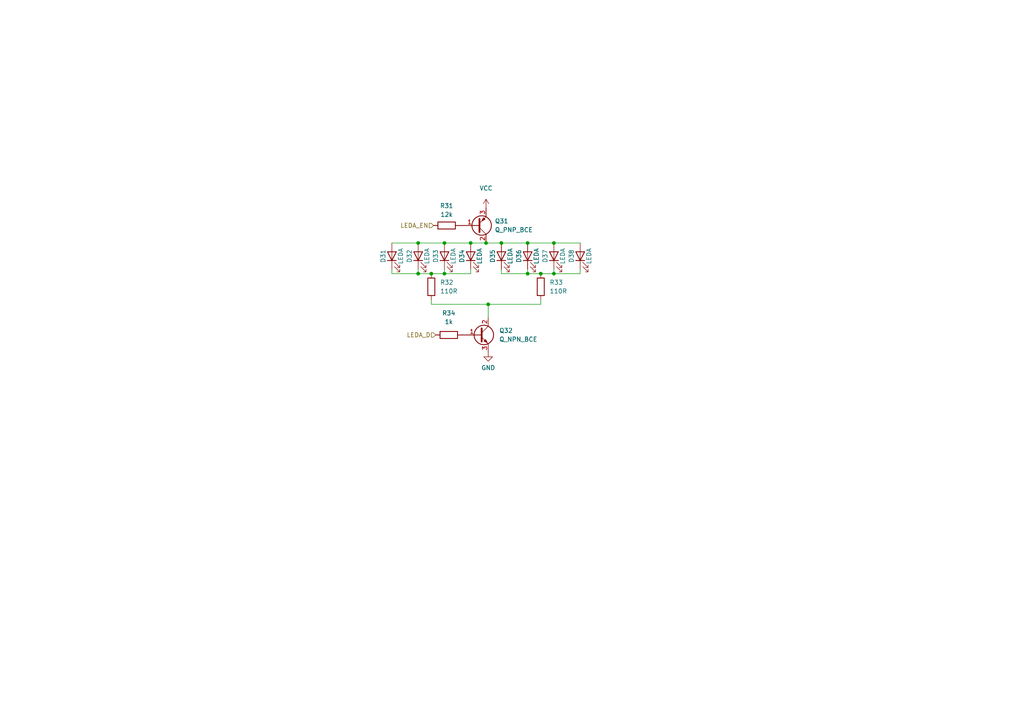
<source format=kicad_sch>
(kicad_sch (version 20211123) (generator eeschema)
  (paper "A4")
  (lib_symbols
    (symbol "Device:LED" (pin_numbers hide) (pin_names (offset 1.016) hide)
      (property "Reference" "D" (at 0 2.54 0))
      (property "Value" "LED" (at 0 -2.54 0))
      (symbol "LED_0_1"
        (polyline (pts (xy -1.27 -1.27) (xy -1.27 1.27)) (stroke (width 0.254)))
        (polyline (pts (xy -1.27 0) (xy 1.27 0)))
        (polyline (pts (xy 1.27 -1.27) (xy 1.27 1.27) (xy -1.27 0) (xy 1.27 -1.27)) (stroke (width 0.254)))
        (polyline (pts (xy -3.048 -0.762) (xy -4.572 -2.286) (xy -3.81 -2.286) (xy -4.572 -2.286) (xy -4.572 -1.524)))
        (polyline (pts (xy -1.778 -0.762) (xy -3.302 -2.286) (xy -2.54 -2.286) (xy -3.302 -2.286) (xy -3.302 -1.524)))
      )
      (symbol "LED_1_1"
        (pin passive line (at -3.81 0 0) (length 2.54) (name "K") (number "1"))
        (pin passive line (at 3.81 0 180) (length 2.54) (name "A") (number "2"))
      )
    )
    (symbol "Device:Q_NPN_BCE" (pin_names (offset 0) hide)
      (property "Reference" "Q" (at 5.08 1.27 0))
      (property "Value" "Q_NPN_BCE" (at 5.08 -1.27 0))
      (symbol "Q_NPN_BCE_0_1"
        (polyline (pts (xy 0.635 0.635) (xy 2.54 2.54)))
        (polyline (pts (xy 0.635 -0.635) (xy 2.54 -2.54) (xy 2.54 -2.54)))
        (polyline (pts (xy 0.635 1.905) (xy 0.635 -1.905) (xy 0.635 -1.905)) (stroke (width 0.508)))
        (polyline (pts (xy 1.27 -1.778) (xy 1.778 -1.27) (xy 2.286 -2.286) (xy 1.27 -1.778) (xy 1.27 -1.778)) (fill (type outline)))
        (circle (center 1.27 0) (radius 2.8194) (stroke (width 0.254)))
      )
      (symbol "Q_NPN_BCE_1_1"
        (pin input line (at -5.08 0 0) (length 5.715) (name "B") (number "1"))
        (pin passive line (at 2.54 5.08 270) (length 2.54) (name "C") (number "2"))
        (pin passive line (at 2.54 -5.08 90) (length 2.54) (name "E") (number "3"))
      )
    )
    (symbol "Device:Q_PNP_BCE" (pin_names (offset 0) hide)
      (property "Reference" "Q" (at 5.08 1.27 0))
      (property "Value" "Q_PNP_BCE" (at 5.08 -1.27 0))
      (symbol "Q_PNP_BCE_0_1"
        (polyline (pts (xy 0.635 0.635) (xy 2.54 2.54)))
        (polyline (pts (xy 0.635 -0.635) (xy 2.54 -2.54) (xy 2.54 -2.54)))
        (polyline (pts (xy 0.635 1.905) (xy 0.635 -1.905) (xy 0.635 -1.905)) (stroke (width 0.508)))
        (polyline (pts (xy 2.286 -1.778) (xy 1.778 -2.286) (xy 1.27 -1.27) (xy 2.286 -1.778) (xy 2.286 -1.778)) (fill (type outline)))
        (circle (center 1.27 0) (radius 2.8194) (stroke (width 0.254)))
      )
      (symbol "Q_PNP_BCE_1_1"
        (pin input line (at -5.08 0 0) (length 5.715) (name "B") (number "1"))
        (pin passive line (at 2.54 5.08 270) (length 2.54) (name "C") (number "2"))
        (pin passive line (at 2.54 -5.08 90) (length 2.54) (name "E") (number "3"))
      )
    )
    (symbol "Device:R" (pin_numbers hide) (pin_names (offset 0))
      (property "Reference" "R" (at 2.032 0 90))
      (property "Value" "R" (at 0 0 90))
      (symbol "R_0_1"
        (rectangle (start -1.016 -2.54) (end 1.016 2.54) (stroke (width 0.254)))
      )
      (symbol "R_1_1"
        (pin passive line (at 0 3.81 270) (length 1.27) (name "~") (number "1"))
        (pin passive line (at 0 -3.81 90) (length 1.27) (name "~") (number "2"))
      )
    )
    (symbol "power:GND" (power) (pin_names (offset 0))
      (property "Value" "GND" (at 0 -3.81 0))
      (symbol "GND_0_1"
        (polyline (pts (xy 0 0) (xy 0 -1.27) (xy 1.27 -1.27) (xy 0 -2.54) (xy -1.27 -1.27) (xy 0 -1.27)))
      )
      (symbol "GND_1_1"
        (pin power_in line (at 0 0 270) (length 0) hide (name "GND") (number "1"))
      )
    )
    (symbol "power:VCC" (power) (pin_names (offset 0))
      (property "Value" "VCC" (at 0 3.81 0))
      (symbol "VCC_0_1"
        (polyline (pts (xy -0.762 1.27) (xy 0 2.54)))
        (polyline (pts (xy 0 0) (xy 0 2.54)))
        (polyline (pts (xy 0 2.54) (xy 0.762 1.27)))
      )
      (symbol "VCC_1_1"
        (pin power_in line (at 0 0 90) (length 0) hide (name "VCC") (number "1"))
      )
    )
  )
  (junction (at 128.905 70.485))
  (junction (at 141.605 88.265))
  (junction (at 156.845 79.375))
  (junction (at 145.415 70.485))
  (junction (at 153.035 79.375))
  (junction (at 160.655 70.485))
  (junction (at 121.285 70.485))
  (junction (at 160.655 79.375))
  (junction (at 128.905 79.375))
  (junction (at 136.525 70.485))
  (junction (at 153.035 70.485))
  (junction (at 125.095 79.375))
  (junction (at 140.97 70.485))
  (junction (at 121.285 79.375))
  (wire (pts (xy 153.035 70.485) (xy 160.655 70.485)))
  (wire (pts (xy 125.095 79.375) (xy 128.905 79.375)))
  (wire (pts (xy 128.905 78.105) (xy 128.905 79.375)))
  (wire (pts (xy 121.285 78.105) (xy 121.285 79.375)))
  (wire (pts (xy 140.97 70.485) (xy 145.415 70.485)))
  (wire (pts (xy 136.525 70.485) (xy 140.97 70.485)))
  (wire (pts (xy 153.035 78.105) (xy 153.035 79.375)))
  (wire (pts (xy 113.665 79.375) (xy 121.285 79.375)))
  (wire (pts (xy 125.095 86.995) (xy 125.095 88.265)))
  (wire (pts (xy 160.655 70.485) (xy 168.275 70.485)))
  (wire (pts (xy 168.275 79.375) (xy 168.275 78.105)))
  (wire (pts (xy 128.905 70.485) (xy 136.525 70.485)))
  (wire (pts (xy 145.415 79.375) (xy 153.035 79.375)))
  (wire (pts (xy 121.285 79.375) (xy 125.095 79.375)))
  (wire (pts (xy 141.605 88.265) (xy 156.845 88.265)))
  (wire (pts (xy 136.525 79.375) (xy 136.525 78.105)))
  (wire (pts (xy 125.095 88.265) (xy 141.605 88.265)))
  (wire (pts (xy 141.605 88.265) (xy 141.605 92.075)))
  (wire (pts (xy 160.655 78.105) (xy 160.655 79.375)))
  (wire (pts (xy 156.845 79.375) (xy 160.655 79.375)))
  (wire (pts (xy 145.415 70.485) (xy 153.035 70.485)))
  (wire (pts (xy 113.665 70.485) (xy 121.285 70.485)))
  (wire (pts (xy 153.035 79.375) (xy 156.845 79.375)))
  (wire (pts (xy 121.285 70.485) (xy 128.905 70.485)))
  (wire (pts (xy 145.415 78.105) (xy 145.415 79.375)))
  (wire (pts (xy 128.905 79.375) (xy 136.525 79.375)))
  (wire (pts (xy 160.655 79.375) (xy 168.275 79.375)))
  (wire (pts (xy 113.665 78.105) (xy 113.665 79.375)))
  (wire (pts (xy 156.845 88.265) (xy 156.845 86.995)))
  (hierarchical_label "LEDA_D" (shape input) (at 126.365 97.155 180))
  (hierarchical_label "LEDA_EN" (shape input) (at 125.73 65.405 180))
  (symbol (lib_id "Device:R") (at 130.175 97.155 90) (unit 1)
    (property "Reference" "R34" (at 130.175 90.805 90))
    (property "Value" "1k" (at 130.175 93.345 90))
    (property "Footprint" "Resistor_SMD:R_1206_3216Metric_Pad1.30x1.75mm_HandSolder" (effects hide))
    (property "Price" "0.0021" (effects hide))
  )
  (symbol (lib_id "Device:LED") (at 145.415 74.295 90) (unit 1)
    (property "Reference" "D35" (at 142.875 74.295 0))
    (property "Value" "LEDA" (at 147.955 74.295 0))
    (property "Footprint" "LED_SMD:LED_0805_2012Metric_Pad1.15x1.40mm_HandSolder" (effects hide))
    (property "Datasheet" "https://www.lcsc.com/product-detail/Light-Emitting-Diodes-LED_Everlight-Elec-17-21SURC-S530-A3-4T_C2943978.html" (effects hide))
    (property "Price" "0.017" (effects hide))
  )
  (symbol (lib_id "power:GND") (at 141.605 102.235 0) (unit 1)
    (property "Reference" "#PWR032" (effects hide))
    (property "Value" "GND" (at 141.605 106.68 0))
  )
  (symbol (lib_id "Device:LED") (at 168.275 74.295 90) (unit 1)
    (property "Reference" "D38" (at 165.735 74.295 0))
    (property "Value" "LEDA" (at 170.815 74.295 0))
    (property "Footprint" "LED_SMD:LED_0805_2012Metric_Pad1.15x1.40mm_HandSolder" (effects hide))
    (property "Datasheet" "https://www.lcsc.com/product-detail/Light-Emitting-Diodes-LED_Everlight-Elec-17-21SURC-S530-A3-4T_C2943978.html" (effects hide))
    (property "Price" "0.017" (effects hide))
  )
  (symbol (lib_id "power:VCC") (at 140.97 60.325 0) (unit 1)
    (property "Reference" "#PWR031" (effects hide))
    (property "Value" "VCC" (at 140.97 54.61 0))
  )
  (symbol (lib_id "Device:Q_PNP_BCE") (at 138.43 65.405 0) (mirror x) (unit 1)
    (property "Reference" "Q31" (at 143.51 64.1349 0) (effects (justify left)))
    (property "Value" "Q_PNP_BCE" (at 143.51 66.6749 0) (effects (justify left)))
    (property "Footprint" "Package_TO_SOT_SMD:SOT-23" (effects hide))
    (property "Datasheet" "https://www.lcsc.com/product-detail/Bipolar-Transistors-BJT_Guangdong-Hottech-S8550_C181159.html" (effects hide))
  )
  (symbol (lib_id "Device:LED") (at 153.035 74.295 90) (unit 1)
    (property "Reference" "D36" (at 150.495 74.295 0))
    (property "Value" "LEDA" (at 155.575 74.295 0))
    (property "Footprint" "LED_SMD:LED_0805_2012Metric_Pad1.15x1.40mm_HandSolder" (effects hide))
    (property "Datasheet" "https://www.lcsc.com/product-detail/Light-Emitting-Diodes-LED_Everlight-Elec-17-21SURC-S530-A3-4T_C2943978.html" (effects hide))
    (property "Price" "0.017" (effects hide))
  )
  (symbol (lib_id "Device:LED") (at 121.285 74.295 90) (unit 1)
    (property "Reference" "D32" (at 118.745 74.295 0))
    (property "Value" "LEDA" (at 123.825 74.295 0))
    (property "Footprint" "LED_SMD:LED_0805_2012Metric_Pad1.15x1.40mm_HandSolder" (effects hide))
    (property "Datasheet" "https://www.lcsc.com/product-detail/Light-Emitting-Diodes-LED_Everlight-Elec-17-21SURC-S530-A3-4T_C2943978.html" (effects hide))
    (property "Price" "0.017" (effects hide))
  )
  (symbol (lib_id "Device:LED") (at 113.665 74.295 90) (unit 1)
    (property "Reference" "D31" (at 111.125 74.295 0))
    (property "Value" "LEDA" (at 116.205 74.295 0))
    (property "Footprint" "LED_SMD:LED_0805_2012Metric_Pad1.15x1.40mm_HandSolder" (effects hide))
    (property "Datasheet" "https://www.lcsc.com/product-detail/Light-Emitting-Diodes-LED_Everlight-Elec-17-21SURC-S530-A3-4T_C2943978.html" (effects hide))
    (property "Price" "0.017" (effects hide))
  )
  (symbol (lib_id "Device:LED") (at 160.655 74.295 90) (unit 1)
    (property "Reference" "D37" (at 158.115 74.295 0))
    (property "Value" "LEDA" (at 163.195 74.295 0))
    (property "Footprint" "LED_SMD:LED_0805_2012Metric_Pad1.15x1.40mm_HandSolder" (effects hide))
    (property "Datasheet" "https://www.lcsc.com/product-detail/Light-Emitting-Diodes-LED_Everlight-Elec-17-21SURC-S530-A3-4T_C2943978.html" (effects hide))
    (property "Price" "0.017" (effects hide))
  )
  (symbol (lib_id "Device:LED") (at 128.905 74.295 90) (unit 1)
    (property "Reference" "D33" (at 126.365 74.295 0))
    (property "Value" "LEDA" (at 131.445 74.295 0))
    (property "Footprint" "LED_SMD:LED_0805_2012Metric_Pad1.15x1.40mm_HandSolder" (effects hide))
    (property "Datasheet" "https://www.lcsc.com/product-detail/Light-Emitting-Diodes-LED_Everlight-Elec-17-21SURC-S530-A3-4T_C2943978.html" (effects hide))
    (property "Price" "0.017" (effects hide))
  )
  (symbol (lib_id "Device:LED") (at 136.525 74.295 90) (unit 1)
    (property "Reference" "D34" (at 133.985 74.295 0))
    (property "Value" "LEDA" (at 139.065 74.295 0))
    (property "Footprint" "LED_SMD:LED_0805_2012Metric_Pad1.15x1.40mm_HandSolder" (effects hide))
    (property "Datasheet" "https://www.lcsc.com/product-detail/Light-Emitting-Diodes-LED_Everlight-Elec-17-21SURC-S530-A3-4T_C2943978.html" (effects hide))
    (property "Price" "0.017" (effects hide))
  )
  (symbol (lib_id "Device:R") (at 156.845 83.185 180) (unit 1)
    (property "Reference" "R33" (at 159.385 81.9149 0) (effects (justify right)))
    (property "Value" "110R" (at 159.385 84.4549 0) (effects (justify right)))
    (property "Footprint" "Resistor_SMD:R_1206_3216Metric_Pad1.30x1.75mm_HandSolder" (effects hide))
    (property "Datasheet" "https://www.lcsc.com/product-detail/Chip-Resistor-Surface-Mount_FOJAN-FRC1206J111TSD_C2930344.html" (effects hide))
    (property "Price" "0.0021" (effects hide))
  )
  (symbol (lib_id "Device:R") (at 129.54 65.405 90) (unit 1)
    (property "Reference" "R31" (at 129.54 59.69 90))
    (property "Value" "12k" (at 129.54 62.23 90))
    (property "Footprint" "Resistor_SMD:R_1206_3216Metric_Pad1.30x1.75mm_HandSolder" (effects hide))
  )
  (symbol (lib_id "Device:Q_NPN_BCE") (at 139.065 97.155 0) (unit 1)
    (property "Reference" "Q32" (at 144.78 95.8849 0) (effects (justify left)))
    (property "Value" "Q_NPN_BCE" (at 144.78 98.4249 0) (effects (justify left)))
    (property "Footprint" "Package_TO_SOT_SMD:SOT-23" (effects hide))
    (property "Datasheet" "https://www.lcsc.com/product-detail/Bipolar-Transistors-BJT_TWGMC-S9013_C727139.html" (effects hide))
    (property "Price" "0.007" (effects hide))
  )
  (symbol (lib_id "Device:R") (at 125.095 83.185 180) (unit 1)
    (property "Reference" "R32" (at 127.635 81.9149 0) (effects (justify right)))
    (property "Value" "110R" (at 127.635 84.4549 0) (effects (justify right)))
    (property "Footprint" "Resistor_SMD:R_1206_3216Metric_Pad1.30x1.75mm_HandSolder" (effects hide))
    (property "Datasheet" "https://www.lcsc.com/product-detail/Chip-Resistor-Surface-Mount_FOJAN-FRC1206J111TSD_C2930344.html" (effects hide))
    (property "Price" "0.0021" (effects hide))
  )
)
</source>
